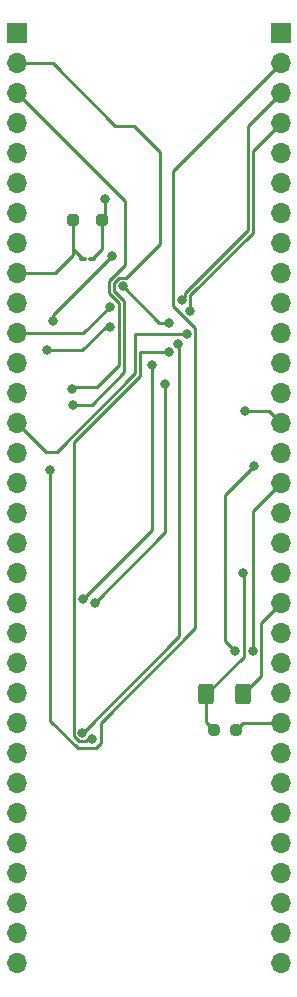
<source format=gbr>
%TF.GenerationSoftware,KiCad,Pcbnew,7.0.5*%
%TF.CreationDate,2023-07-24T11:34:01-05:00*%
%TF.ProjectId,AcoplePic32,41636f70-6c65-4506-9963-33322e6b6963,rev?*%
%TF.SameCoordinates,Original*%
%TF.FileFunction,Copper,L2,Bot*%
%TF.FilePolarity,Positive*%
%FSLAX46Y46*%
G04 Gerber Fmt 4.6, Leading zero omitted, Abs format (unit mm)*
G04 Created by KiCad (PCBNEW 7.0.5) date 2023-07-24 11:34:01*
%MOMM*%
%LPD*%
G01*
G04 APERTURE LIST*
G04 Aperture macros list*
%AMRoundRect*
0 Rectangle with rounded corners*
0 $1 Rounding radius*
0 $2 $3 $4 $5 $6 $7 $8 $9 X,Y pos of 4 corners*
0 Add a 4 corners polygon primitive as box body*
4,1,4,$2,$3,$4,$5,$6,$7,$8,$9,$2,$3,0*
0 Add four circle primitives for the rounded corners*
1,1,$1+$1,$2,$3*
1,1,$1+$1,$4,$5*
1,1,$1+$1,$6,$7*
1,1,$1+$1,$8,$9*
0 Add four rect primitives between the rounded corners*
20,1,$1+$1,$2,$3,$4,$5,0*
20,1,$1+$1,$4,$5,$6,$7,0*
20,1,$1+$1,$6,$7,$8,$9,0*
20,1,$1+$1,$8,$9,$2,$3,0*%
G04 Aperture macros list end*
%TA.AperFunction,ComponentPad*%
%ADD10R,1.700000X1.700000*%
%TD*%
%TA.AperFunction,ComponentPad*%
%ADD11O,1.700000X1.700000*%
%TD*%
%TA.AperFunction,SMDPad,CuDef*%
%ADD12RoundRect,0.100000X0.217500X0.100000X-0.217500X0.100000X-0.217500X-0.100000X0.217500X-0.100000X0*%
%TD*%
%TA.AperFunction,SMDPad,CuDef*%
%ADD13RoundRect,0.250000X-0.400000X-0.625000X0.400000X-0.625000X0.400000X0.625000X-0.400000X0.625000X0*%
%TD*%
%TA.AperFunction,SMDPad,CuDef*%
%ADD14RoundRect,0.237500X-0.250000X-0.237500X0.250000X-0.237500X0.250000X0.237500X-0.250000X0.237500X0*%
%TD*%
%TA.AperFunction,SMDPad,CuDef*%
%ADD15RoundRect,0.250000X0.250000X0.250000X-0.250000X0.250000X-0.250000X-0.250000X0.250000X-0.250000X0*%
%TD*%
%TA.AperFunction,ViaPad*%
%ADD16C,0.800000*%
%TD*%
%TA.AperFunction,Conductor*%
%ADD17C,0.250000*%
%TD*%
G04 APERTURE END LIST*
D10*
%TO.P,J1,1,Pin_1*%
%TO.N,Net-(J1-Pin_1)*%
X110869709Y-51898058D03*
D11*
%TO.P,J1,2,Pin_2*%
%TO.N,MuEnable1H*%
X110869709Y-54438058D03*
%TO.P,J1,3,Pin_3*%
%TO.N,MuEnable1L*%
X110869709Y-56978058D03*
%TO.P,J1,4,Pin_4*%
%TO.N,An17*%
X110869709Y-59518058D03*
%TO.P,J1,5,Pin_5*%
%TO.N,Net-(J1-Pin_5)*%
X110869709Y-62058058D03*
%TO.P,J1,6,Pin_6*%
%TO.N,Net-(J1-Pin_6)*%
X110869709Y-64598058D03*
%TO.P,J1,7,Pin_7*%
%TO.N,Net-(J1-Pin_7)*%
X110869709Y-67138058D03*
%TO.P,J1,8,Pin_8*%
%TO.N,Net-(J1-Pin_8)*%
X110869709Y-69678058D03*
%TO.P,J1,9,Pin_9*%
%TO.N,VSS9*%
X110869709Y-72218058D03*
%TO.P,J1,10,Pin_10*%
%TO.N,Net-(J1-Pin_10)*%
X110869709Y-74758058D03*
%TO.P,J1,11,Pin_11*%
%TO.N,MuPWM1H*%
X110869709Y-77298058D03*
%TO.P,J1,12,Pin_12*%
%TO.N,MuPWM1L*%
X110869709Y-79838058D03*
%TO.P,J1,13,Pin_13*%
%TO.N,MuPWM3H*%
X110869709Y-82378058D03*
%TO.P,J1,14,Pin_14*%
%TO.N,MuPWM3L*%
X110869709Y-84918058D03*
%TO.P,J1,15,Pin_15*%
%TO.N,QEIA3*%
X110869709Y-87458058D03*
%TO.P,J1,16,Pin_16*%
%TO.N,QEIB3*%
X110869709Y-89998058D03*
%TO.P,J1,17,Pin_17*%
%TO.N,Net-(J1-Pin_17)*%
X110869709Y-92538058D03*
%TO.P,J1,18,Pin_18*%
%TO.N,Net-(J1-Pin_18)*%
X110869709Y-95078058D03*
%TO.P,J1,19,Pin_19*%
%TO.N,Net-(J1-Pin_19)*%
X110869709Y-97618058D03*
%TO.P,J1,20,Pin_20*%
%TO.N,Net-(J1-Pin_20)*%
X110869709Y-100158058D03*
%TO.P,J1,21,Pin_21*%
%TO.N,Net-(J1-Pin_21)*%
X110869709Y-102698058D03*
%TO.P,J1,22,Pin_22*%
%TO.N,Net-(J1-Pin_22)*%
X110869709Y-105238058D03*
%TO.P,J1,23,Pin_23*%
%TO.N,Net-(J1-Pin_23)*%
X110869709Y-107778058D03*
%TO.P,J1,24,Pin_24*%
%TO.N,Net-(J1-Pin_24)*%
X110869709Y-110318058D03*
%TO.P,J1,25,Pin_25*%
%TO.N,Net-(J1-Pin_25)*%
X110869709Y-112858058D03*
%TO.P,J1,26,Pin_26*%
%TO.N,Net-(J1-Pin_26)*%
X110869709Y-115398058D03*
%TO.P,J1,27,Pin_27*%
%TO.N,MuPWM2H*%
X110869709Y-117938058D03*
%TO.P,J1,28,Pin_28*%
%TO.N,MuPWM2L*%
X110869709Y-120478058D03*
%TO.P,J1,29,Pin_29*%
%TO.N,QEIA2*%
X110869709Y-123018058D03*
%TO.P,J1,30,Pin_30*%
%TO.N,QEIB2*%
X110869709Y-125558058D03*
%TO.P,J1,31,Pin_31*%
%TO.N,Net-(J1-Pin_31)*%
X110869709Y-128098058D03*
%TO.P,J1,32,Pin_32*%
%TO.N,Net-(J1-Pin_32)*%
X110869709Y-130638058D03*
%TD*%
%TO.P,J3,33,Pin_32*%
%TO.N,Net-(J3-Pin_32)*%
X133169709Y-130638058D03*
%TO.P,J3,34,Pin_31*%
%TO.N,Net-(J3-Pin_31)*%
X133169709Y-128098058D03*
%TO.P,J3,35,Pin_30*%
%TO.N,Net-(J3-Pin_30)*%
X133169709Y-125558058D03*
%TO.P,J3,36,Pin_29*%
%TO.N,Net-(J3-Pin_29)*%
X133169709Y-123018058D03*
%TO.P,J3,37,Pin_28*%
%TO.N,Net-(J3-Pin_28)*%
X133169709Y-120478058D03*
%TO.P,J3,38,Pin_27*%
%TO.N,Net-(J3-Pin_27)*%
X133169709Y-117938058D03*
%TO.P,J3,39,Pin_26*%
%TO.N,Net-(J3-Pin_26)*%
X133169709Y-115398058D03*
%TO.P,J3,40,Pin_25*%
%TO.N,Net-(J3-Pin_25)*%
X133169709Y-112858058D03*
%TO.P,J3,41,Pin_24*%
%TO.N,VSS*%
X133169709Y-110318058D03*
%TO.P,J3,42,Pin_23*%
%TO.N,UART_TX*%
X133169709Y-107778058D03*
%TO.P,J3,43,Pin_22*%
%TO.N,RS232TX*%
X133169709Y-105238058D03*
%TO.P,J3,44,Pin_21*%
%TO.N,UART_RX*%
X133169709Y-102698058D03*
%TO.P,J3,45,Pin_20*%
%TO.N,RS232RX*%
X133169709Y-100158058D03*
%TO.P,J3,46,Pin_19*%
%TO.N,Net-(J3-Pin_19)*%
X133169709Y-97618058D03*
%TO.P,J3,47,Pin_18*%
%TO.N,Net-(J3-Pin_18)*%
X133169709Y-95078058D03*
%TO.P,J3,48,Pin_17*%
%TO.N,Net-(J3-Pin_17)*%
X133169709Y-92538058D03*
%TO.P,J3,49,Pin_16*%
%TO.N,Net-(J3-Pin_16)*%
X133169709Y-89998058D03*
%TO.P,J3,50,Pin_15*%
%TO.N,Net-(J3-Pin_15)*%
X133169709Y-87458058D03*
%TO.P,J3,51,Pin_14*%
%TO.N,QEIB1*%
X133169709Y-84918058D03*
%TO.P,J3,52,Pin_13*%
%TO.N,QEIA1*%
X133169709Y-82378058D03*
%TO.P,J3,53,Pin_12*%
%TO.N,Net-(J3-Pin_12)*%
X133169709Y-79838058D03*
%TO.P,J3,54,Pin_11*%
%TO.N,Net-(J3-Pin_11)*%
X133169709Y-77298058D03*
%TO.P,J3,55,Pin_10*%
%TO.N,Net-(J3-Pin_10)*%
X133169709Y-74758058D03*
%TO.P,J3,56,Pin_9*%
%TO.N,Net-(J3-Pin_9)*%
X133169709Y-72218058D03*
%TO.P,J3,57,Pin_8*%
%TO.N,Net-(J3-Pin_8)*%
X133169709Y-69678058D03*
%TO.P,J3,58,Pin_7*%
%TO.N,Net-(J3-Pin_7)*%
X133169709Y-67138058D03*
%TO.P,J3,59,Pin_6*%
%TO.N,Net-(J3-Pin_6)*%
X133169709Y-64598058D03*
%TO.P,J3,60,Pin_5*%
%TO.N,Net-(J3-Pin_5)*%
X133169709Y-62058058D03*
%TO.P,J3,61,Pin_4*%
%TO.N,MuEnable3L*%
X133169709Y-59518058D03*
%TO.P,J3,62,Pin_3*%
%TO.N,MuEnable3H*%
X133169709Y-56978058D03*
%TO.P,J3,63,Pin_2*%
%TO.N,MuEnable2L*%
X133169709Y-54438058D03*
D10*
%TO.P,J3,64,Pin_1*%
%TO.N,MuEnable2H*%
X133169709Y-51898058D03*
%TD*%
D12*
%TO.P,R3,1*%
%TO.N,An17*%
X117247500Y-70993000D03*
%TO.P,R3,2*%
%TO.N,VSS9*%
X116432500Y-70993000D03*
%TD*%
D13*
%TO.P,R1,1*%
%TO.N,MuRS232RX*%
X126897800Y-107847800D03*
%TO.P,R1,2*%
%TO.N,RS232RX*%
X129997800Y-107847800D03*
%TD*%
D14*
%TO.P,R2,1*%
%TO.N,MuRS232RX*%
X127560700Y-110898300D03*
%TO.P,R2,2*%
%TO.N,VSS*%
X129385700Y-110898300D03*
%TD*%
D15*
%TO.P,D1,1,A1*%
%TO.N,An17*%
X118090000Y-67691000D03*
%TO.P,D1,2,A2*%
%TO.N,VSS9*%
X115590000Y-67691000D03*
%TD*%
D16*
%TO.N,MuEnable1H*%
X115603700Y-83362800D03*
%TO.N,MuEnable1L*%
X115544600Y-81991200D03*
%TO.N,MuPWM1H*%
X118751100Y-75082400D03*
%TO.N,MuPWM1L*%
X118750600Y-76758800D03*
X113385600Y-78740000D03*
%TO.N,MuPWM3H*%
X119792500Y-73329800D03*
X123723400Y-76428600D03*
X113893600Y-76301600D03*
X118897400Y-70739000D03*
%TO.N,MuPWM3L*%
X125222000Y-77343000D03*
%TO.N,MuEnable3H*%
X122263500Y-80010000D03*
X124802300Y-74520243D03*
X116408200Y-99822000D03*
%TO.N,MuEnable3L*%
X117449600Y-100126800D03*
X125526800Y-75387200D03*
X123418600Y-81610200D03*
%TO.N,MuPWM2L*%
X117223560Y-111665489D03*
X123723400Y-78917800D03*
%TO.N,MuPWM2H*%
X124497500Y-78206600D03*
X116382800Y-111125000D03*
%TO.N,MuEnable2L*%
X113690400Y-88849200D03*
%TO.N,UART_TX*%
X130937000Y-88519000D03*
X129311400Y-104216200D03*
%TO.N,QEIB1*%
X130200400Y-83921600D03*
%TO.N,Net-(J3-Pin_16)*%
X130810000Y-104165400D03*
%TO.N,MuRS232RX*%
X129971800Y-97561400D03*
%TO.N,An17*%
X118300600Y-65976600D03*
%TD*%
D17*
%TO.N,VSS9*%
X115590000Y-70150500D02*
X115590000Y-67691000D01*
X116432500Y-70993000D02*
X115590000Y-70150500D01*
%TO.N,An17*%
X118090000Y-70150500D02*
X117247500Y-70993000D01*
X118090000Y-67691000D02*
X118090000Y-70150500D01*
%TO.N,MuEnable1H*%
X122936000Y-69761605D02*
X122936000Y-61952827D01*
X120736673Y-59753500D02*
X119189500Y-59753500D01*
X119067500Y-73029495D02*
X119492195Y-72604800D01*
X119926100Y-74595699D02*
X119067500Y-73737099D01*
X119492195Y-72604800D02*
X120092805Y-72604800D01*
X115603700Y-83362800D02*
X117170200Y-83362800D01*
X113874058Y-54438058D02*
X110869709Y-54438058D01*
X119926100Y-80606900D02*
X119926100Y-74595699D01*
X122936000Y-61952827D02*
X120736673Y-59753500D01*
X120092805Y-72604800D02*
X122936000Y-69761605D01*
X119189500Y-59753500D02*
X113874058Y-54438058D01*
X117170200Y-83362800D02*
X119926100Y-80606900D01*
X119067500Y-73737099D02*
X119067500Y-73029495D01*
%TO.N,MuEnable1L*%
X115654601Y-81881199D02*
X117626496Y-81881199D01*
X118617500Y-72843099D02*
X119971400Y-71489199D01*
X115544600Y-81991200D02*
X115654601Y-81881199D01*
X119971400Y-66079749D02*
X110869709Y-56978058D01*
X117626496Y-81881199D02*
X119476100Y-80031595D01*
X119971400Y-71489199D02*
X119971400Y-66079749D01*
X119476100Y-74782095D02*
X118617500Y-73923495D01*
X118617500Y-73923495D02*
X118617500Y-72843099D01*
X119476100Y-80031595D02*
X119476100Y-74782095D01*
%TO.N,MuPWM1H*%
X116484157Y-77298058D02*
X110869709Y-77298058D01*
X118751100Y-75082400D02*
X118699815Y-75082400D01*
X118699815Y-75082400D02*
X116484157Y-77298058D01*
%TO.N,MuPWM1L*%
X118364000Y-76758800D02*
X116382800Y-78740000D01*
X118750600Y-76758800D02*
X118364000Y-76758800D01*
X116382800Y-78740000D02*
X113385600Y-78740000D01*
%TO.N,MuPWM3H*%
X122891300Y-76428600D02*
X123723400Y-76428600D01*
X118897400Y-70739000D02*
X113893600Y-75742800D01*
X113893600Y-75742800D02*
X113893600Y-76301600D01*
X119792500Y-73329800D02*
X122891300Y-76428600D01*
%TO.N,MuPWM3L*%
X113290651Y-87339000D02*
X110869709Y-84918058D01*
X120862505Y-77384495D02*
X120862505Y-80695800D01*
X114219305Y-87339000D02*
X113290651Y-87339000D01*
X120862505Y-80695800D02*
X114219305Y-87339000D01*
X120904000Y-77343000D02*
X120862505Y-77384495D01*
X125222000Y-77343000D02*
X120904000Y-77343000D01*
%TO.N,MuEnable3H*%
X116408200Y-99822000D02*
X122263500Y-93966700D01*
X125076800Y-74245743D02*
X125076800Y-73905404D01*
X130385400Y-59762367D02*
X133169709Y-56978058D01*
X124802300Y-74520243D02*
X125076800Y-74245743D01*
X122263500Y-93966700D02*
X122263500Y-80010000D01*
X125076800Y-73905404D02*
X130385400Y-68596804D01*
X130385400Y-68596804D02*
X130385400Y-59762367D01*
%TO.N,MuEnable3L*%
X125526800Y-74091800D02*
X130835400Y-68783200D01*
X123418600Y-94157800D02*
X117449600Y-100126800D01*
X125526800Y-75387200D02*
X125526800Y-74091800D01*
X130835400Y-68783200D02*
X130835400Y-61852367D01*
X123418600Y-81610200D02*
X123418600Y-94157800D01*
X130835400Y-61852367D02*
X133169709Y-59518058D01*
%TO.N,MuPWM2L*%
X115657800Y-111425305D02*
X115657800Y-86536901D01*
X117045588Y-111487517D02*
X116683105Y-111850000D01*
X116683105Y-111850000D02*
X116082495Y-111850000D01*
X121312505Y-80882196D02*
X121312505Y-78917800D01*
X116082495Y-111850000D02*
X115657800Y-111425305D01*
X117223560Y-111665489D02*
X117045588Y-111487517D01*
X121312505Y-78917800D02*
X123723400Y-78917800D01*
X115657800Y-86536901D02*
X121312505Y-80882196D01*
%TO.N,MuPWM2H*%
X124497500Y-78206600D02*
X124612400Y-78321500D01*
X124612400Y-78321500D02*
X124612400Y-102971600D01*
X116459000Y-111125000D02*
X116382800Y-111125000D01*
X124612400Y-102971600D02*
X116459000Y-111125000D01*
%TO.N,MuEnable2L*%
X115986588Y-112390489D02*
X113690400Y-110094301D01*
X117948560Y-110271836D02*
X117948560Y-111965794D01*
X124077300Y-74963005D02*
X125947000Y-76832705D01*
X124077300Y-63530467D02*
X124077300Y-74963005D01*
X133169709Y-54438058D02*
X124077300Y-63530467D01*
X117948560Y-111965794D02*
X117523865Y-112390489D01*
X125947000Y-102273396D02*
X117948560Y-110271836D01*
X125947000Y-76832705D02*
X125947000Y-102273396D01*
X117523865Y-112390489D02*
X115986588Y-112390489D01*
X113690400Y-110094301D02*
X113690400Y-88849200D01*
%TO.N,UART_TX*%
X129311400Y-104216200D02*
X128473200Y-103378000D01*
X128473200Y-90982800D02*
X130937000Y-88519000D01*
X128473200Y-103378000D02*
X128473200Y-90982800D01*
%TO.N,VSS*%
X129385700Y-110898300D02*
X129965942Y-110318058D01*
X129965942Y-110318058D02*
X133169709Y-110318058D01*
%TO.N,RS232RX*%
X131535000Y-106310600D02*
X131535000Y-101792767D01*
X131535000Y-101792767D02*
X133169709Y-100158058D01*
X129997800Y-107847800D02*
X131535000Y-106310600D01*
%TO.N,QEIB1*%
X132173251Y-83921600D02*
X133169709Y-84918058D01*
X130200400Y-83921600D02*
X132173251Y-83921600D01*
%TO.N,Net-(J3-Pin_16)*%
X130810000Y-104165400D02*
X130810000Y-92357767D01*
X130810000Y-92357767D02*
X133169709Y-89998058D01*
%TO.N,MuRS232RX*%
X129971800Y-97561400D02*
X130036400Y-97626000D01*
X130036400Y-104709200D02*
X126897800Y-107847800D01*
X127560700Y-110898300D02*
X126897800Y-110235400D01*
X126897800Y-110235400D02*
X126897800Y-107847800D01*
X130036400Y-97626000D02*
X130036400Y-104709200D01*
%TO.N,An17*%
X118300600Y-65976600D02*
X118300600Y-67480400D01*
X118300600Y-67480400D02*
X118090000Y-67691000D01*
%TO.N,VSS9*%
X115590000Y-70719000D02*
X114090942Y-72218058D01*
X114090942Y-72218058D02*
X110869709Y-72218058D01*
X115590000Y-67691000D02*
X115590000Y-70719000D01*
%TD*%
M02*

</source>
